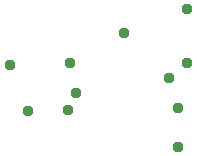
<source format=gbs>
G04 EAGLE Gerber RS-274X export*
G75*
%MOMM*%
%FSLAX34Y34*%
%LPD*%
%INBottom Solder Mask*%
%IPPOS*%
%AMOC8*
5,1,8,0,0,1.08239X$1,22.5*%
G01*
%ADD10C,0.959600*%


D10*
X53340Y86868D03*
X102108Y48768D03*
X202692Y88392D03*
X202692Y134112D03*
X109220Y63500D03*
X187960Y76200D03*
X68580Y48260D03*
X195580Y17780D03*
X195580Y50800D03*
X149860Y114300D03*
X104140Y88900D03*
M02*

</source>
